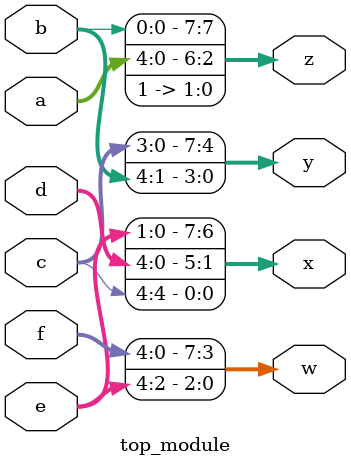
<source format=sv>
module top_module (
	input [4:0] a,
	input [4:0] b,
	input [4:0] c,
	input [4:0] d,
	input [4:0] e,
	input [4:0] f,
	output [7:0] w,
	output [7:0] x,
	output [7:0] y,
	output [7:0] z
);
	assign {w, x, y, z} = {f, e, d, c, b, a, 1'b1, 1'b1};
endmodule

</source>
